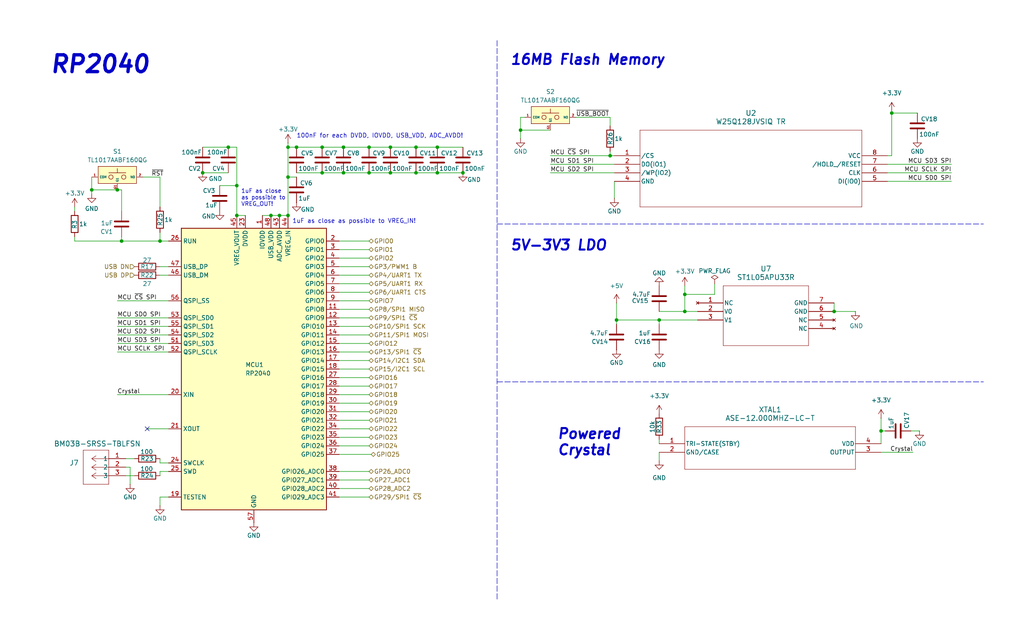
<source format=kicad_sch>
(kicad_sch (version 20250114) (generator "eeschema") (generator_version "9.0")
  (paper "User" 304.8 190.5)
  (title_block (title "RP2040 Standard") (company "Porto Space Team") (comment 1 "Miguel Amorim"))
  (lib_symbols
    (symbol "16MB_Flash:W25Q128JVSIQ_TR" (pin_names (offset 0.254))
      (property "Reference" "U" (at 40.64 12.7 0))
      (property "Value" "W25Q128JVSIQ TR" (at 40.64 10.16 0))
      (symbol "W25Q128JVSIQ_TR_0_1"
        (polyline (pts (xy 7.62 7.62) (xy 7.62 -15.24)) (stroke (width 0.127)))
        (polyline (pts (xy 7.62 -15.24) (xy 73.66 -15.24)) (stroke (width 0.127)))
        (polyline (pts (xy 73.66 7.62) (xy 7.62 7.62)) (stroke (width 0.127)))
        (polyline (pts (xy 73.66 -15.24) (xy 73.66 7.62)) (stroke (width 0.127)))
        (pin input line (at 0 0 0) (length 7.62) (name "/CS") (number "1"))
        (pin bidirectional line (at 0 -2.54 0) (length 7.62) (name "DO(IO1)") (number "2"))
        (pin bidirectional line (at 0 -5.08 0) (length 7.62) (name "/WP(IO2)") (number "3"))
        (pin passive line (at 0 -7.62 0) (length 7.62) (name "GND") (number "4"))
        (pin passive line (at 81.28 0 180) (length 7.62) (name "VCC") (number "8"))
        (pin bidirectional line (at 81.28 -2.54 180) (length 7.62) (name "/HOLD_/RESET") (number "7"))
        (pin input line (at 81.28 -5.08 180) (length 7.62) (name "CLK") (number "6"))
        (pin bidirectional line (at 81.28 -7.62 180) (length 7.62) (name "DI(IO0)") (number "5"))
      )
    )
    (symbol "AS12MHz:ASE-12.000MHZ-LC-T" (pin_names (offset 0.254))
      (property "Reference" "XTAL" (at 33.02 10.16 0))
      (property "Value" "ASE-12.000MHZ-LC-T" (at 33.02 7.62 0))
      (symbol "ASE-12.000MHZ-LC-T_0_1"
        (polyline (pts (xy 7.62 5.08) (xy 7.62 -7.62)) (stroke (width 0.127)))
        (polyline (pts (xy 7.62 -7.62) (xy 58.42 -7.62)) (stroke (width 0.127)))
        (polyline (pts (xy 58.42 5.08) (xy 7.62 5.08)) (stroke (width 0.127)))
        (polyline (pts (xy 58.42 -7.62) (xy 58.42 5.08)) (stroke (width 0.127)))
        (pin passive line (at 0 0 0) (length 7.62) (name "TRI-STATE(STBY)") (number "1"))
        (pin passive line (at 0 -2.54 0) (length 7.62) (name "GND/CASE") (number "2"))
        (pin power_in line (at 66.04 0 180) (length 7.62) (name "VDD") (number "4"))
        (pin output line (at 66.04 -2.54 180) (length 7.62) (name "OUTPUT") (number "3"))
      )
    )
    (symbol "Device:C" (pin_numbers (hide yes)) (pin_names (offset 0.254))
      (property "Reference" "C" (at 0.635 2.54 0))
      (property "Value" "C" (at 0.635 -2.54 0))
      (symbol "C_0_1"
        (polyline (pts (xy -2.032 0.762) (xy 2.032 0.762)) (stroke (width 0.508)))
        (polyline (pts (xy -2.032 -0.762) (xy 2.032 -0.762)) (stroke (width 0.508)))
      )
      (symbol "C_1_1"
        (pin passive line (at 0 3.81 270) (length 2.794) (name "~") (number "1"))
        (pin passive line (at 0 -3.81 90) (length 2.794) (name "~") (number "2"))
      )
    )
    (symbol "Device:R" (pin_numbers (hide yes)) (pin_names (offset 0))
      (property "Reference" "R" (at 2.032 0 90))
      (property "Value" "R" (at 0 0 90))
      (symbol "R_0_1"
        (rectangle (start -1.016 -2.54) (end 1.016 2.54) (stroke (width 0.254)))
      )
      (symbol "R_1_1"
        (pin passive line (at 0 3.81 270) (length 1.27) (name "~") (number "1"))
        (pin passive line (at 0 -3.81 90) (length 1.27) (name "~") (number "2"))
      )
    )
    (symbol "LDO_ST1L05A:ST1L05APU33R" (pin_names (offset 0.254))
      (property "Reference" "U" (at 20.32 10.16 0))
      (property "Value" "ST1L05APU33R" (at 20.32 7.62 0))
      (symbol "ST1L05APU33R_0_1"
        (polyline (pts (xy 7.62 5.08) (xy 7.62 -12.7)) (stroke (width 0.127)))
        (polyline (pts (xy 7.62 -12.7) (xy 33.02 -12.7)) (stroke (width 0.127)))
        (polyline (pts (xy 33.02 5.08) (xy 7.62 5.08)) (stroke (width 0.127)))
        (polyline (pts (xy 33.02 -12.7) (xy 33.02 5.08)) (stroke (width 0.127)))
        (pin no_connect line (at 0 0 0) (length 7.62) (name "NC") (number "1"))
        (pin passive line (at 0 -2.54 0) (length 7.62) (name "V0") (number "2"))
        (pin passive line (at 0 -5.08 0) (length 7.62) (name "V1") (number "3"))
        (pin passive line (at 40.64 0 180) (length 7.62) (name "GND") (number "7"))
        (pin passive line (at 40.64 -2.54 180) (length 7.62) (name "GND") (number "6"))
        (pin no_connect line (at 40.64 -5.08 180) (length 7.62) (name "NC") (number "5"))
        (pin no_connect line (at 40.64 -7.62 180) (length 7.62) (name "NC") (number "4"))
      )
    )
    (symbol "MCU_RaspberryPi:RP2040"
      (property "Reference" "U" (at 17.78 45.72 0))
      (property "Value" "RP2040" (at 17.78 43.18 0))
      (symbol "RP2040_0_1"
        (rectangle (start -21.59 41.91) (end 21.59 -41.91) (stroke (width 0.254)) (fill (type background)))
      )
      (symbol "RP2040_1_1"
        (pin input line (at -25.4 38.1 0) (length 3.81) (name "RUN") (number "26"))
        (pin bidirectional line (at -25.4 30.48 0) (length 3.81) (name "USB_DP") (number "47"))
        (pin bidirectional line (at -25.4 27.94 0) (length 3.81) (name "USB_DM") (number "46"))
        (pin bidirectional line (at -25.4 20.32 0) (length 3.81) (name "QSPI_SS") (number "56"))
        (pin bidirectional line (at -25.4 15.24 0) (length 3.81) (name "QSPI_SD0") (number "53"))
        (pin bidirectional line (at -25.4 12.7 0) (length 3.81) (name "QSPI_SD1") (number "55"))
        (pin bidirectional line (at -25.4 10.16 0) (length 3.81) (name "QSPI_SD2") (number "54"))
        (pin bidirectional line (at -25.4 7.62 0) (length 3.81) (name "QSPI_SD3") (number "51"))
        (pin output line (at -25.4 5.08 0) (length 3.81) (name "QSPI_SCLK") (number "52"))
        (pin input line (at -25.4 -7.62 0) (length 3.81) (name "XIN") (number "20"))
        (pin passive line (at -25.4 -17.78 0) (length 3.81) (name "XOUT") (number "21"))
        (pin input line (at -25.4 -27.94 0) (length 3.81) (name "SWCLK") (number "24"))
        (pin bidirectional line (at -25.4 -30.48 0) (length 3.81) (name "SWD") (number "25"))
        (pin input line (at -25.4 -38.1 0) (length 3.81) (name "TESTEN") (number "19"))
        (pin power_out line (at -5.08 45.72 270) (length 3.81) (name "VREG_VOUT") (number "45"))
        (pin power_in line (at -2.54 45.72 270) (length 3.81) (name "DVDD") (number "23"))
        (pin passive line (at -2.54 45.72 270) (length 3.81) (hide yes) (name "DVDD") (number "50"))
        (pin power_in line (at 0 -45.72 90) (length 3.81) (name "GND") (number "57"))
        (pin power_in line (at 2.54 45.72 270) (length 3.81) (name "IOVDD") (number "1"))
        (pin passive line (at 2.54 45.72 270) (length 3.81) (hide yes) (name "IOVDD") (number "10"))
        (pin passive line (at 2.54 45.72 270) (length 3.81) (hide yes) (name "IOVDD") (number "22"))
        (pin passive line (at 2.54 45.72 270) (length 3.81) (hide yes) (name "IOVDD") (number "33"))
        (pin passive line (at 2.54 45.72 270) (length 3.81) (hide yes) (name "IOVDD") (number "42"))
        (pin passive line (at 2.54 45.72 270) (length 3.81) (hide yes) (name "IOVDD") (number "49"))
        (pin power_in line (at 5.08 45.72 270) (length 3.81) (name "USB_VDD") (number "48"))
        (pin power_in line (at 7.62 45.72 270) (length 3.81) (name "ADC_AVDD") (number "43"))
        (pin power_in line (at 10.16 45.72 270) (length 3.81) (name "VREG_IN") (number "44"))
        (pin bidirectional line (at 25.4 38.1 180) (length 3.81) (name "GPIO0") (number "2"))
        (pin bidirectional line (at 25.4 35.56 180) (length 3.81) (name "GPIO1") (number "3"))
        (pin bidirectional line (at 25.4 33.02 180) (length 3.81) (name "GPIO2") (number "4"))
        (pin bidirectional line (at 25.4 30.48 180) (length 3.81) (name "GPIO3") (number "5"))
        (pin bidirectional line (at 25.4 27.94 180) (length 3.81) (name "GPIO4") (number "6"))
        (pin bidirectional line (at 25.4 25.4 180) (length 3.81) (name "GPIO5") (number "7"))
        (pin bidirectional line (at 25.4 22.86 180) (length 3.81) (name "GPIO6") (number "8"))
        (pin bidirectional line (at 25.4 20.32 180) (length 3.81) (name "GPIO7") (number "9"))
        (pin bidirectional line (at 25.4 17.78 180) (length 3.81) (name "GPIO8") (number "11"))
        (pin bidirectional line (at 25.4 15.24 180) (length 3.81) (name "GPIO9") (number "12"))
        (pin bidirectional line (at 25.4 12.7 180) (length 3.81) (name "GPIO10") (number "13"))
        (pin bidirectional line (at 25.4 10.16 180) (length 3.81) (name "GPIO11") (number "14"))
        (pin bidirectional line (at 25.4 7.62 180) (length 3.81) (name "GPIO12") (number "15"))
        (pin bidirectional line (at 25.4 5.08 180) (length 3.81) (name "GPIO13") (number "16"))
        (pin bidirectional line (at 25.4 2.54 180) (length 3.81) (name "GPIO14") (number "17"))
        (pin bidirectional line (at 25.4 0 180) (length 3.81) (name "GPIO15") (number "18"))
        (pin bidirectional line (at 25.4 -2.54 180) (length 3.81) (name "GPIO16") (number "27"))
        (pin bidirectional line (at 25.4 -5.08 180) (length 3.81) (name "GPIO17") (number "28"))
        (pin bidirectional line (at 25.4 -7.62 180) (length 3.81) (name "GPIO18") (number "29"))
        (pin bidirectional line (at 25.4 -10.16 180) (length 3.81) (name "GPIO19") (number "30"))
        (pin bidirectional line (at 25.4 -12.7 180) (length 3.81) (name "GPIO20") (number "31"))
        (pin bidirectional line (at 25.4 -15.24 180) (length 3.81) (name "GPIO21") (number "32"))
        (pin bidirectional line (at 25.4 -17.78 180) (length 3.81) (name "GPIO22") (number "34"))
        (pin bidirectional line (at 25.4 -20.32 180) (length 3.81) (name "GPIO23") (number "35"))
        (pin bidirectional line (at 25.4 -22.86 180) (length 3.81) (name "GPIO24") (number "36"))
        (pin bidirectional line (at 25.4 -25.4 180) (length 3.81) (name "GPIO25") (number "37"))
        (pin bidirectional line (at 25.4 -30.48 180) (length 3.81) (name "GPIO26_ADC0") (number "38"))
        (pin bidirectional line (at 25.4 -33.02 180) (length 3.81) (name "GPIO27_ADC1") (number "39"))
        (pin bidirectional line (at 25.4 -35.56 180) (length 3.81) (name "GPIO28_ADC2") (number "40"))
        (pin bidirectional line (at 25.4 -38.1 180) (length 3.81) (name "GPIO29_ADC3") (number "41"))
      )
    )
    (symbol "SWD_Con:BM03B-SRSS-TBLFSN" (pin_names (offset 0.254))
      (property "Reference" "J" (at 8.89 6.35 0))
      (property "Value" "BM03B-SRSS-TBLFSN" (at 0 0 0))
      (symbol "BM03B-SRSS-TBLFSN_1_1"
        (polyline (pts (xy 5.08 2.54) (xy 5.08 -7.62)) (stroke (width 0.127)))
        (polyline (pts (xy 5.08 -7.62) (xy 12.7 -7.62)) (stroke (width 0.127)))
        (polyline (pts (xy 10.16 0) (xy 5.08 0)) (stroke (width 0.127)))
        (polyline (pts (xy 10.16 0) (xy 8.89 0.8467)) (stroke (width 0.127)))
        (polyline (pts (xy 10.16 0) (xy 8.89 -0.8467)) (stroke (width 0.127)))
        (polyline (pts (xy 10.16 -2.54) (xy 5.08 -2.54)) (stroke (width 0.127)))
        (polyline (pts (xy 10.16 -2.54) (xy 8.89 -1.6933)) (stroke (width 0.127)))
        (polyline (pts (xy 10.16 -2.54) (xy 8.89 -3.3867)) (stroke (width 0.127)))
        (polyline (pts (xy 10.16 -5.08) (xy 5.08 -5.08)) (stroke (width 0.127)))
        (polyline (pts (xy 10.16 -5.08) (xy 8.89 -4.2333)) (stroke (width 0.127)))
        (polyline (pts (xy 10.16 -5.08) (xy 8.89 -5.9267)) (stroke (width 0.127)))
        (polyline (pts (xy 12.7 2.54) (xy 5.08 2.54)) (stroke (width 0.127)))
        (polyline (pts (xy 12.7 -7.62) (xy 12.7 2.54)) (stroke (width 0.127)))
        (pin passive line (at 0 0 0) (length 5.08) (name "1") (number "1"))
        (pin passive line (at 0 -2.54 0) (length 5.08) (name "2") (number "2"))
        (pin passive line (at 0 -5.08 0) (length 5.08) (name "3") (number "3"))
      )
      (symbol "BM03B-SRSS-TBLFSN_1_2"
        (polyline (pts (xy 5.08 2.54) (xy 5.08 -7.62)) (stroke (width 0.127)))
        (polyline (pts (xy 5.08 -7.62) (xy 12.7 -7.62)) (stroke (width 0.127)))
        (polyline (pts (xy 7.62 0) (xy 5.08 0)) (stroke (width 0.127)))
        (polyline (pts (xy 7.62 0) (xy 8.89 0.8467)) (stroke (width 0.127)))
        (polyline (pts (xy 7.62 0) (xy 8.89 -0.8467)) (stroke (width 0.127)))
        (polyline (pts (xy 7.62 -2.54) (xy 5.08 -2.54)) (stroke (width 0.127)))
        (polyline (pts (xy 7.62 -2.54) (xy 8.89 -1.6933)) (stroke (width 0.127)))
        (polyline (pts (xy 7.62 -2.54) (xy 8.89 -3.3867)) (stroke (width 0.127)))
        (polyline (pts (xy 7.62 -5.08) (xy 5.08 -5.08)) (stroke (width 0.127)))
        (polyline (pts (xy 7.62 -5.08) (xy 8.89 -4.2333)) (stroke (width 0.127)))
        (polyline (pts (xy 7.62 -5.08) (xy 8.89 -5.9267)) (stroke (width 0.127)))
        (polyline (pts (xy 12.7 2.54) (xy 5.08 2.54)) (stroke (width 0.127)))
        (polyline (pts (xy 12.7 -7.62) (xy 12.7 2.54)) (stroke (width 0.127)))
        (pin passive line (at 0 0 0) (length 5.08) (name "1") (number "1"))
        (pin passive line (at 0 -2.54 0) (length 5.08) (name "2") (number "2"))
        (pin passive line (at 0 -5.08 0) (length 5.08) (name "3") (number "3"))
      )
    )
    (symbol "TL1017AABF160QG:TL1017AABF160QG"
      (property "Reference" "S" (at 0.762 14.732 0))
      (property "Value" "TL1017AABF160QG" (at 0.762 12.192 0))
      (symbol "TL1017AABF160QG_0_1"
        (polyline (pts (xy 6.35 5.08) (xy 11.43 5.08)))
        (circle (center 6.985 3.81) (radius 0.635))
        (polyline (pts (xy 8.89 5.08) (xy 8.89 6.35)))
        (circle (center 10.795 3.81) (radius 0.635))
      )
      (symbol "TL1017AABF160QG_1_1"
        (rectangle (start 3.175 6.985) (end 14.605 1.905) (fill (type background)))
        (pin passive line (at 1.27 3.81 0) (length 1.778) (name "COM") (number "1"))
        (pin passive line (at 8.89 0 90) (length 1.778) (name "G1") (number "G1"))
        (pin passive line (at 16.51 3.81 180) (length 1.778) (name "NO") (number "2"))
      )
    )
    (symbol "power:+3.3V" (power) (pin_numbers (hide yes)) (pin_names (offset 0) (hide yes))
      (property "Value" "+3.3V" (at 0 3.556 0))
      (symbol "+3.3V_0_1"
        (polyline (pts (xy -0.762 1.27) (xy 0 2.54)))
        (polyline (pts (xy 0 2.54) (xy 0.762 1.27)))
        (polyline (pts (xy 0 0) (xy 0 2.54)))
      )
      (symbol "+3.3V_1_1"
        (pin power_in line (at 0 0 90) (length 0) (name "~") (number "1"))
      )
    )
    (symbol "power:+5V" (power) (pin_numbers (hide yes)) (pin_names (offset 0) (hide yes))
      (property "Value" "+5V" (at 0 3.556 0))
      (symbol "+5V_0_1"
        (polyline (pts (xy -0.762 1.27) (xy 0 2.54)))
        (polyline (pts (xy 0 2.54) (xy 0.762 1.27)))
        (polyline (pts (xy 0 0) (xy 0 2.54)))
      )
      (symbol "+5V_1_1"
        (pin power_in line (at 0 0 90) (length 0) (name "~") (number "1"))
      )
    )
    (symbol "power:GND" (power) (pin_numbers (hide yes)) (pin_names (offset 0) (hide yes))
      (property "Value" "GND" (at 0 -3.81 0))
      (symbol "GND_0_1"
        (polyline (pts (xy 0 0) (xy 0 -1.27) (xy 1.27 -1.27) (xy 0 -2.54) (xy -1.27 -1.27) (xy 0 -1.27)))
      )
      (symbol "GND_1_1"
        (pin power_in line (at 0 0 270) (length 0) (name "~") (number "1"))
      )
    )
    (symbol "power:PWR_FLAG" (power) (pin_numbers (hide yes)) (pin_names (offset 0) (hide yes))
      (property "Value" "PWR_FLAG" (at 0 3.81 0))
      (symbol "PWR_FLAG_0_0"
        (pin power_out line (at 0 0 90) (length 0) (name "~") (number "1"))
      )
      (symbol "PWR_FLAG_0_1"
        (polyline (pts (xy 0 0) (xy 0 1.27) (xy -1.016 1.905) (xy 0 2.54) (xy 1.016 1.905) (xy 0 1.27)))
      )
    )
  )
  (text "Powered\nCrystal" (at 165.735 135.89 0) (effects (font (size 3 3) (bold yes) (italic yes)) (justify left bottom)))
  (text "1uF as close as possible to VREG_IN!" (at 86.995 66.675 0) (effects (font (size 1.27 1.27)) (justify left bottom)))
  (text "1uF as close \nas possible to \nVREG_OUT!" (at 71.755 61.595 0) (effects (font (size 1.2 1.2)) (justify left bottom)))
  (text "RP2040" (at 14.605 22.225 0) (effects (font (size 5 5) (thickness 1) (bold yes) (italic yes)) (justify left bottom)))
  (text "100nF for each DVDD, IOVDD, USB_VDD, ADC_AVDD!" (at 88.265 41.275 0) (effects (font (size 1.27 1.27)) (justify left bottom)))
  (text "5V-3V3 LDO" (at 151.765 74.93 0) (effects (font (size 3 3) (bold yes) (italic yes)) (justify left bottom)))
  (text "16MB Flash Memory" (at 151.765 19.685 0) (effects (font (size 3 3) (bold yes) (italic yes)) (justify left bottom)))
  (junction (at 60.325 51.435))
  (junction (at 137.795 51.435))
  (junction (at 123.825 43.815))
  (junction (at 102.235 51.435))
  (junction (at 70.485 55.245))
  (junction (at 27.305 56.515))
  (junction (at 248.285 92.71))
  (junction (at 80.645 64.135))
  (junction (at 95.885 43.815))
  (junction (at 85.725 52.705))
  (junction (at 85.725 43.815))
  (junction (at 95.885 51.435))
  (junction (at 265.43 33.655))
  (junction (at 109.855 51.435))
  (junction (at 116.205 51.435))
  (junction (at 83.185 64.135))
  (junction (at 130.175 43.815))
  (junction (at 203.835 92.71))
  (junction (at 70.485 64.135))
  (junction (at 116.205 43.815))
  (junction (at 196.215 95.25))
  (junction (at 67.945 43.815))
  (junction (at 88.265 43.815))
  (junction (at 109.855 43.815))
  (junction (at 130.175 51.435))
  (junction (at 102.235 43.815))
  (junction (at 47.625 71.755))
  (junction (at 203.835 87.63))
  (junction (at 262.255 128.27))
  (junction (at 85.725 64.135))
  (junction (at 36.195 71.755))
  (junction (at 34.925 56.515))
  (junction (at 154.94 38.735))
  (junction (at 181.61 46.355))
  (junction (at 183.515 95.25))
  (junction (at 123.825 51.435))
  (no_connect (at 43.815 127.635))
  (wire (pts (xy 181.61 46.355) (xy 182.88 46.355)))
  (wire (pts (xy 264.16 46.355) (xy 265.43 46.355)))
  (wire (pts (xy 265.43 33.02) (xy 265.43 33.655)))
  (wire (pts (xy 34.925 99.695) (xy 50.165 99.695)))
  (wire (pts (xy 264.16 51.435) (xy 283.21 51.435)))
  (wire (pts (xy 154.94 38.735) (xy 163.83 38.735)))
  (wire (pts (xy 271.145 128.27) (xy 273.685 128.27)))
  (wire (pts (xy 100.965 84.455) (xy 109.855 84.455)))
  (wire (pts (xy 70.485 55.245) (xy 70.485 64.135)))
  (wire (pts (xy 181.61 45.085) (xy 181.61 46.355)))
  (wire (pts (xy 100.965 125.095) (xy 109.855 125.095)))
  (wire (pts (xy 100.965 89.535) (xy 109.855 89.535)))
  (wire (pts (xy 34.925 56.515) (xy 27.305 56.515)))
  (wire (pts (xy 100.965 122.555) (xy 109.855 122.555)))
  (wire (pts (xy 212.725 87.63) (xy 212.725 84.455)))
  (wire (pts (xy 47.625 69.215) (xy 47.625 71.755)))
  (wire (pts (xy 116.205 51.435) (xy 123.825 51.435)))
  (wire (pts (xy 47.625 140.335) (xy 50.165 140.335)))
  (wire (pts (xy 154.94 34.925) (xy 154.94 38.735)))
  (wire (pts (xy 100.965 109.855) (xy 109.855 109.855)))
  (wire (pts (xy 47.625 137.795) (xy 47.625 136.525)))
  (wire (pts (xy 100.965 97.155) (xy 109.855 97.155)))
  (wire (pts (xy 78.105 64.135) (xy 80.645 64.135)))
  (wire (pts (xy 182.88 51.435) (xy 163.83 51.435)))
  (wire (pts (xy 196.215 92.71) (xy 203.835 92.71)))
  (wire (pts (xy 36.195 71.755) (xy 22.225 71.755)))
  (wire (pts (xy 47.625 81.915) (xy 50.165 81.915)))
  (wire (pts (xy 181.61 37.465) (xy 181.61 34.925)))
  (wire (pts (xy 37.465 139.065) (xy 38.735 139.065)))
  (wire (pts (xy 95.885 43.815) (xy 88.265 43.815)))
  (wire (pts (xy 85.725 52.705) (xy 88.265 52.705)))
  (wire (pts (xy 100.965 102.235) (xy 109.855 102.235)))
  (wire (pts (xy 47.625 137.795) (xy 50.165 137.795)))
  (wire (pts (xy 100.965 81.915) (xy 109.855 81.915)))
  (wire (pts (xy 102.235 51.435) (xy 109.855 51.435)))
  (wire (pts (xy 262.255 128.27) (xy 263.525 128.27)))
  (wire (pts (xy 183.515 95.25) (xy 196.215 95.25)))
  (wire (pts (xy 100.965 76.835) (xy 109.855 76.835)))
  (wire (pts (xy 60.325 43.815) (xy 67.945 43.815)))
  (wire (pts (xy 203.835 87.63) (xy 212.725 87.63)))
  (wire (pts (xy 203.835 87.63) (xy 203.835 92.71)))
  (wire (pts (xy 100.965 114.935) (xy 109.855 114.935)))
  (wire (pts (xy 36.195 71.755) (xy 36.195 70.485)))
  (wire (pts (xy 100.965 107.315) (xy 109.855 107.315)))
  (wire (pts (xy 65.405 55.245) (xy 70.485 55.245)))
  (wire (pts (xy 85.725 52.705) (xy 85.725 64.135)))
  (polyline (pts (xy 147.955 66.675) (xy 292.735 66.675)) (stroke (width 0) (type dash)))
  (wire (pts (xy 130.175 43.815) (xy 123.825 43.815)))
  (wire (pts (xy 27.305 52.705) (xy 27.305 56.515)))
  (wire (pts (xy 100.965 104.775) (xy 109.855 104.775)))
  (wire (pts (xy 102.235 43.815) (xy 95.885 43.815)))
  (wire (pts (xy 80.645 64.135) (xy 83.185 64.135)))
  (wire (pts (xy 34.925 97.155) (xy 50.165 97.155)))
  (wire (pts (xy 116.205 43.815) (xy 109.855 43.815)))
  (wire (pts (xy 70.485 55.245) (xy 70.485 43.815)))
  (wire (pts (xy 100.965 132.715) (xy 109.855 132.715)))
  (wire (pts (xy 156.21 34.925) (xy 154.94 34.925)))
  (wire (pts (xy 88.265 43.815) (xy 85.725 43.815)))
  (wire (pts (xy 83.185 64.135) (xy 85.725 64.135)))
  (wire (pts (xy 70.485 64.135) (xy 73.025 64.135)))
  (wire (pts (xy 100.965 145.415) (xy 109.855 145.415)))
  (wire (pts (xy 248.285 92.71) (xy 254.635 92.71)))
  (wire (pts (xy 100.965 86.995) (xy 109.855 86.995)))
  (polyline (pts (xy 147.955 12.065) (xy 147.955 178.435)) (stroke (width 0) (type dash)))
  (wire (pts (xy 163.83 46.355) (xy 181.61 46.355)))
  (wire (pts (xy 265.43 33.655) (xy 265.43 46.355)))
  (wire (pts (xy 154.94 38.735) (xy 154.94 41.275)))
  (wire (pts (xy 100.965 130.175) (xy 109.855 130.175)))
  (wire (pts (xy 47.625 79.375) (xy 50.165 79.375)))
  (wire (pts (xy 27.305 56.515) (xy 27.305 57.785)))
  (wire (pts (xy 183.515 90.17) (xy 183.515 95.25)))
  (wire (pts (xy 47.625 141.605) (xy 47.625 140.335)))
  (wire (pts (xy 109.855 43.815) (xy 102.235 43.815)))
  (wire (pts (xy 38.735 139.065) (xy 38.735 144.145)))
  (wire (pts (xy 47.625 52.705) (xy 47.625 61.595)))
  (wire (pts (xy 130.175 43.815) (xy 137.795 43.815)))
  (wire (pts (xy 100.965 135.255) (xy 110.49 135.255)))
  (wire (pts (xy 43.815 127.635) (xy 50.165 127.635)))
  (wire (pts (xy 37.465 136.525) (xy 40.005 136.525)))
  (wire (pts (xy 196.215 130.81) (xy 196.215 132.08)))
  (wire (pts (xy 182.88 48.895) (xy 163.83 48.895)))
  (wire (pts (xy 70.485 43.815) (xy 67.945 43.815)))
  (wire (pts (xy 34.925 102.235) (xy 50.165 102.235)))
  (wire (pts (xy 100.965 127.635) (xy 109.855 127.635)))
  (wire (pts (xy 36.195 71.755) (xy 47.625 71.755)))
  (wire (pts (xy 130.175 51.435) (xy 137.795 51.435)))
  (polyline (pts (xy 147.955 113.665) (xy 292.735 113.665)) (stroke (width 0) (type dash)))
  (wire (pts (xy 100.965 147.955) (xy 109.855 147.955)))
  (wire (pts (xy 203.835 92.71) (xy 207.645 92.71)))
  (wire (pts (xy 123.825 43.815) (xy 116.205 43.815)))
  (wire (pts (xy 100.965 120.015) (xy 109.855 120.015)))
  (wire (pts (xy 109.855 51.435) (xy 116.205 51.435)))
  (wire (pts (xy 22.225 71.755) (xy 22.225 70.485)))
  (wire (pts (xy 262.255 128.27) (xy 262.255 132.08)))
  (wire (pts (xy 47.625 147.955) (xy 50.165 147.955)))
  (wire (pts (xy 265.43 33.655) (xy 273.05 33.655)))
  (wire (pts (xy 196.215 134.62) (xy 196.215 137.16)))
  (wire (pts (xy 100.965 99.695) (xy 109.855 99.695)))
  (wire (pts (xy 100.965 112.395) (xy 109.855 112.395)))
  (wire (pts (xy 262.255 134.62) (xy 271.78 134.62)))
  (wire (pts (xy 34.925 89.535) (xy 50.165 89.535)))
  (wire (pts (xy 85.725 43.815) (xy 85.725 52.705)))
  (wire (pts (xy 100.965 140.335) (xy 109.855 140.335)))
  (wire (pts (xy 203.835 85.09) (xy 203.835 87.63)))
  (wire (pts (xy 100.965 74.295) (xy 109.855 74.295)))
  (wire (pts (xy 22.225 61.595) (xy 22.225 62.865)))
  (wire (pts (xy 100.965 79.375) (xy 109.855 79.375)))
  (wire (pts (xy 100.965 94.615) (xy 109.855 94.615)))
  (wire (pts (xy 100.965 92.075) (xy 109.855 92.075)))
  (wire (pts (xy 85.725 42.545) (xy 85.725 43.815)))
  (wire (pts (xy 36.195 56.515) (xy 34.925 56.515)))
  (wire (pts (xy 248.285 90.17) (xy 248.285 92.71)))
  (wire (pts (xy 183.515 95.25) (xy 183.515 96.52)))
  (wire (pts (xy 88.265 51.435) (xy 95.885 51.435)))
  (wire (pts (xy 181.61 34.925) (xy 171.45 34.925)))
  (wire (pts (xy 34.925 117.475) (xy 50.165 117.475)))
  (wire (pts (xy 34.925 94.615) (xy 50.165 94.615)))
  (wire (pts (xy 37.465 141.605) (xy 40.005 141.605)))
  (wire (pts (xy 182.88 53.975) (xy 182.88 59.055)))
  (wire (pts (xy 47.625 71.755) (xy 50.165 71.755)))
  (wire (pts (xy 60.325 51.435) (xy 67.945 51.435)))
  (wire (pts (xy 196.215 95.25) (xy 207.645 95.25)))
  (wire (pts (xy 34.925 104.775) (xy 50.165 104.775)))
  (wire (pts (xy 47.625 150.495) (xy 47.625 147.955)))
  (wire (pts (xy 262.255 124.46) (xy 262.255 128.27)))
  (wire (pts (xy 100.965 117.475) (xy 109.855 117.475)))
  (wire (pts (xy 100.965 142.875) (xy 109.855 142.875)))
  (wire (pts (xy 100.965 71.755) (xy 109.855 71.755)))
  (wire (pts (xy 196.215 96.52) (xy 196.215 95.25)))
  (wire (pts (xy 264.16 53.975) (xy 283.21 53.975)))
  (wire (pts (xy 36.195 56.515) (xy 36.195 62.865)))
  (wire (pts (xy 42.545 52.705) (xy 47.625 52.705)))
  (wire (pts (xy 264.16 48.895) (xy 283.21 48.895)))
  (wire (pts (xy 123.825 51.435) (xy 130.175 51.435)))
  (wire (pts (xy 95.885 51.435) (xy 102.235 51.435)))
  (label "MCU SD0 SPI" (at 283.21 53.975 180))
  (label "MCU SD2 SPI" (at 34.925 99.695 0))
  (label "MCU SD3 SPI" (at 283.21 48.895 180))
  (label "MCU ~{CS} SPI" (at 163.83 46.355 0))
  (label "MCU SCLK SPI" (at 283.21 51.435 180))
  (label "MCU SD3 SPI" (at 34.925 102.235 0))
  (label "~{RST}" (at 45.085 52.705 0))
  (label "Crystal" (at 271.78 134.62 180))
  (label "MCU SCLK SPI" (at 34.925 104.775 0))
  (label "MCU ~{CS} SPI" (at 34.925 89.535 0))
  (label "~{USB_BOOT}" (at 171.45 34.925 0))
  (label "Crystal" (at 34.925 117.475 0))
  (label "MCU SD2 SPI" (at 163.83 51.435 0))
  (label "MCU SD1 SPI" (at 34.925 97.155 0))
  (label "MCU SD1 SPI" (at 163.83 48.895 0))
  (label "MCU SD0 SPI" (at 34.925 94.615 0))
  (hierarchical_label "GPIO7" (shape bidirectional) (at 109.855 89.535 0))
  (hierarchical_label "GPIO12" (shape bidirectional) (at 109.855 102.235 0))
  (hierarchical_label "GPIO19" (shape bidirectional) (at 109.855 120.015 0))
  (hierarchical_label "GP6{slash}UART1 CTS" (shape bidirectional) (at 109.855 86.995 0))
  (hierarchical_label "GPIO0" (shape bidirectional) (at 109.855 71.755 0))
  (hierarchical_label "GPIO23" (shape bidirectional) (at 109.855 130.175 0))
  (hierarchical_label "GP4{slash}UART1 TX" (shape bidirectional) (at 109.855 81.915 0))
  (hierarchical_label "GP11{slash}SPI1 MOSI" (shape bidirectional) (at 109.855 99.695 0))
  (hierarchical_label "GP28_ADC2" (shape bidirectional) (at 109.855 145.415 0))
  (hierarchical_label "GPIO25" (shape bidirectional) (at 110.49 135.255 0))
  (hierarchical_label "GP9{slash}SPI1 ~{CS}" (shape bidirectional) (at 109.855 94.615 0))
  (hierarchical_label "GPIO24" (shape bidirectional) (at 109.855 132.715 0))
  (hierarchical_label "GP13{slash}SPI1 ~{CS}" (shape bidirectional) (at 109.855 104.775 0))
  (hierarchical_label "GP27_ADC1" (shape bidirectional) (at 109.855 142.875 0))
  (hierarchical_label "GPIO18" (shape bidirectional) (at 109.855 117.475 0))
  (hierarchical_label "USB DN" (shape input) (at 40.005 79.375 180))
  (hierarchical_label "GPIO21" (shape bidirectional) (at 109.855 125.095 0))
  (hierarchical_label "GPIO16" (shape bidirectional) (at 109.855 112.395 0))
  (hierarchical_label "GPIO1" (shape bidirectional) (at 109.855 74.295 0))
  (hierarchical_label "GPIO22" (shape bidirectional) (at 109.855 127.635 0))
  (hierarchical_label "GP8{slash}SPI1 MISO" (shape bidirectional) (at 109.855 92.075 0))
  (hierarchical_label "GP10{slash}SPI1 SCK" (shape bidirectional) (at 109.855 97.155 0))
  (hierarchical_label "GP29{slash}SPI1 ~{CS}" (shape bidirectional) (at 109.855 147.955 0))
  (hierarchical_label "GP5{slash}UART1 RX" (shape bidirectional) (at 109.855 84.455 0))
  (hierarchical_label "GP14{slash}I2C1 SDA" (shape bidirectional) (at 109.855 107.315 0))
  (hierarchical_label "GPIO20" (shape bidirectional) (at 109.855 122.555 0))
  (hierarchical_label "GP26_ADC0" (shape bidirectional) (at 109.855 140.335 0))
  (hierarchical_label "GP15{slash}I2C1 SCL" (shape bidirectional) (at 109.855 109.855 0))
  (hierarchical_label "GPIO2" (shape bidirectional) (at 109.855 76.835 0))
  (hierarchical_label "GPIO17" (shape bidirectional) (at 109.855 114.935 0))
  (hierarchical_label "USB DP" (shape input) (at 40.005 81.915 180))
  (hierarchical_label "GP3{slash}PWM1 B" (shape bidirectional) (at 109.855 79.375 0))
  (symbol (lib_id "power:+3.3V") (at 22.225 61.595 0) (unit 1)
    (property "Reference" "#PWR0135" (effects (hide yes)))
    (property "Value" "+3.3V" (at 22.225 57.531 0))
    (property "Description" "Power symbol creates a global label with name \"+3.3V\"" (effects (hide yes)))
  )
  (symbol (lib_id "Device:R") (at 43.815 141.605 90) (mirror x) (unit 1)
    (property "Reference" "R24" (at 45.72 141.605 90) (effects (justify left)))
    (property "Value" "100" (at 45.593 139.573 90) (effects (justify left)))
    (property "Footprint" "Resistor-0402:RES_0402" (effects (hide yes)))
    (property "Description" "Resistor" (effects (hide yes)))
  )
  (symbol (lib_id "power:+3.3V") (at 85.725 42.545 0) (unit 1)
    (property "Reference" "#PWR0132" (effects (hide yes)))
    (property "Value" "+3.3V" (at 85.725 38.481 0))
    (property "Description" "Power symbol creates a global label with name \"+3.3V\"" (effects (hide yes)))
  )
  (symbol (lib_id "power:+3.3V") (at 203.835 85.09 0) (unit 1)
    (property "Reference" "#PWR0155" (effects (hide yes)))
    (property "Value" "+3.3V" (at 203.835 80.772 0))
    (property "Description" "Power symbol creates a global label with name \"+3.3V\"" (effects (hide yes)))
  )
  (symbol (lib_id "Device:C") (at 109.855 47.625 0) (unit 1)
    (property "Reference" "CV9" (at 110.871 45.593 0) (effects (justify left)))
    (property "Value" "100nF" (at 110.363 50.165 0) (effects (justify left)))
    (property "Footprint" "Capacitor-0402:Capacitor_0402" (effects (hide yes)))
    (property "Description" "Unpolarized capacitor" (effects (hide yes)))
  )
  (symbol (lib_id "Device:C") (at 60.325 47.625 180) (unit 1)
    (property "Reference" "CV2" (at 59.817 50.165 0) (effects (justify left)))
    (property "Value" "100nF" (at 60.071 45.339 0) (effects (justify left)))
    (property "Footprint" "Capacitor-0402:Capacitor_0402" (effects (hide yes)))
    (property "Description" "Unpolarized capacitor" (effects (hide yes)))
  )
  (symbol (lib_id "Device:C") (at 88.265 47.625 0) (unit 1)
    (property "Reference" "CV5" (at 89.535 45.593 0) (effects (justify left)))
    (property "Value" "100nF" (at 88.773 50.165 0) (effects (justify left)))
    (property "Footprint" "Capacitor-0402:Capacitor_0402" (effects (hide yes)))
    (property "Description" "Unpolarized capacitor" (effects (hide yes)))
  )
  (symbol (lib_id "power:GND") (at 196.215 104.14 0) (unit 1)
    (property "Reference" "#PWR0152" (effects (hide yes)))
    (property "Value" "GND" (at 196.215 108.585 0))
    (property "Description" "Power symbol creates a global label with name \"GND\" , ground" (effects (hide yes)))
  )
  (symbol (lib_id "Device:C") (at 183.515 100.33 180) (unit 1)
    (property "Reference" "CV14" (at 181.0512 101.7016 0) (effects (justify left)))
    (property "Value" "4.7uF" (at 181.0512 99.1616 0) (effects (justify left)))
    (property "Footprint" "Capacitor-0402:Capacitor_0402" (effects (hide yes)))
    (property "Description" "Unpolarized capacitor" (effects (hide yes)))
  )
  (symbol (lib_id "16MB_Flash:W25Q128JVSIQ_TR") (at 182.88 46.355 0) (unit 1)
    (property "Reference" "U2" (at 223.52 33.655 0) (effects (font (size 1.524 1.524))))
    (property "Value" "W25Q128JVSIQ TR" (at 223.52 36.195 0) (effects (font (size 1.524 1.524))))
    (property "Footprint" "NOR Flash:SOIC_208MIL_WIN" (effects (hide yes)))
    (property "Datasheet" "W25Q128JVSIQ TR" (effects (hide yes)))
  )
  (symbol (lib_id "AS12MHz:ASE-12.000MHZ-LC-T") (at 196.215 132.08 0) (unit 1)
    (property "Reference" "XTAL1" (at 229.235 121.92 0) (effects (font (size 1.524 1.524))))
    (property "Value" "ASE-12.000MHZ-LC-T" (at 229.235 124.46 0) (effects (font (size 1.524 1.524))))
    (property "Footprint" "AS12MHz:ASE-3.2X2.5_ABR" (effects (hide yes)))
    (property "Datasheet" "ASE-12.000MHZ-LC-T" (effects (hide yes)))
  )
  (symbol (lib_id "power:GND") (at 273.685 128.27 0) (unit 1)
    (property "Reference" "#PWR0148" (effects (hide yes)))
    (property "Value" "GND" (at 273.685 132.08 0))
    (property "Description" "Power symbol creates a global label with name \"GND\" , ground" (effects (hide yes)))
  )
  (symbol (lib_id "Device:R") (at 43.815 136.525 90) (mirror x) (unit 1)
    (property "Reference" "R23" (at 45.72 136.525 90) (effects (justify left)))
    (property "Value" "100" (at 45.593 134.493 90) (effects (justify left)))
    (property "Footprint" "Resistor-0402:RES_0402" (effects (hide yes)))
    (property "Description" "Resistor" (effects (hide yes)))
  )
  (symbol (lib_id "Device:C") (at 65.405 59.055 0) (unit 1)
    (property "Reference" "CV3" (at 60.325 56.769 0) (effects (justify left)))
    (property "Value" "1uF" (at 61.087 61.087 0) (effects (justify left)))
    (property "Footprint" "Capacitor-0402:Capacitor_0402" (effects (hide yes)))
    (property "Description" "Unpolarized capacitor" (effects (hide yes)))
  )
  (symbol (lib_id "power:GND") (at 27.305 57.785 0) (unit 1)
    (property "Reference" "#PWR0136" (effects (hide yes)))
    (property "Value" "GND" (at 27.305 62.103 0))
    (property "Description" "Power symbol creates a global label with name \"GND\" , ground" (effects (hide yes)))
  )
  (symbol (lib_id "power:+3.3V") (at 265.43 33.02 0) (unit 1)
    (property "Reference" "#PWR0146" (effects (hide yes)))
    (property "Value" "+3.3V" (at 265.43 27.686 0))
    (property "Description" "Power symbol creates a global label with name \"+3.3V\"" (effects (hide yes)))
  )
  (symbol (lib_id "Device:R") (at 43.815 79.375 90) (unit 1)
    (property "Reference" "R17" (at 45.72 79.375 90) (effects (justify left)))
    (property "Value" "27" (at 45.085 77.47 90) (effects (justify left)))
    (property "Footprint" "Resistor-0603:RES_0603" (effects (hide yes)))
    (property "Description" "Resistor" (effects (hide yes)))
  )
  (symbol (lib_id "power:GND") (at 88.265 60.325 0) (unit 1)
    (property "Reference" "#PWR0139" (effects (hide yes)))
    (property "Value" "GND" (at 91.567 62.357 0))
    (property "Description" "Power symbol creates a global label with name \"GND\" , ground" (effects (hide yes)))
  )
  (symbol (lib_id "power:GND") (at 182.88 59.055 0) (unit 1)
    (property "Reference" "#PWR0149" (effects (hide yes)))
    (property "Value" "GND" (at 182.88 62.865 0))
    (property "Description" "Power symbol creates a global label with name \"GND\" , ground" (effects (hide yes)))
  )
  (symbol (lib_id "power:GND") (at 65.405 62.865 0) (unit 1)
    (property "Reference" "#PWR0133" (effects (hide yes)))
    (property "Value" "GND" (at 62.103 64.389 0))
    (property "Description" "Power symbol creates a global label with name \"GND\" , ground" (effects (hide yes)))
  )
  (symbol (lib_id "Device:C") (at 95.885 47.625 0) (unit 1)
    (property "Reference" "CV7" (at 96.647 45.593 0) (effects (justify left)))
    (property "Value" "100nF" (at 96.393 50.165 0) (effects (justify left)))
    (property "Footprint" "Capacitor-0402:Capacitor_0402" (effects (hide yes)))
    (property "Description" "Unpolarized capacitor" (effects (hide yes)))
  )
  (symbol (lib_id "power:GND") (at 183.515 104.14 0) (unit 1)
    (property "Reference" "#PWR0151" (effects (hide yes)))
    (property "Value" "GND" (at 183.515 107.95 0))
    (property "Description" "Power symbol creates a global label with name \"GND\" , ground" (effects (hide yes)))
  )
  (symbol (lib_id "Device:C") (at 196.215 100.33 180) (unit 1)
    (property "Reference" "CV16" (at 193.7512 101.7016 0) (effects (justify left)))
    (property "Value" "1uF" (at 193.7512 99.1616 0) (effects (justify left)))
    (property "Footprint" "Capacitor-0402:Capacitor_0402" (effects (hide yes)))
    (property "Description" "Unpolarized capacitor" (effects (hide yes)))
  )
  (symbol (lib_id "Device:C") (at 196.215 88.9 0) (mirror y) (unit 1)
    (property "Reference" "CV15" (at 193.04 89.535 0) (effects (justify left)))
    (property "Value" "4.7uF" (at 193.675 87.63 0) (effects (justify left)))
    (property "Footprint" "Capacitor-0402:Capacitor_0402" (effects (hide yes)))
    (property "Description" "Unpolarized capacitor" (effects (hide yes)))
  )
  (symbol (lib_id "Device:C") (at 267.335 128.27 90) (unit 1)
    (property "Reference" "CV17" (at 269.875 127.635 0) (effects (justify left)))
    (property "Value" "1uF" (at 265.303 127.762 0) (effects (justify left)))
    (property "Footprint" "Capacitor-0402:Capacitor_0402" (effects (hide yes)))
    (property "Description" "Unpolarized capacitor" (effects (hide yes)))
  )
  (symbol (lib_id "power:GND") (at 254.635 92.71 0) (unit 1)
    (property "Reference" "#PWR0144" (effects (hide yes)))
    (property "Value" "GND" (at 254.889 97.028 0))
    (property "Description" "Power symbol creates a global label with name \"GND\" , ground" (effects (hide yes)))
  )
  (symbol (lib_id "power:+3.3V") (at 262.255 124.46 0) (unit 1)
    (property "Reference" "#PWR0145" (effects (hide yes)))
    (property "Value" "+3.3V" (at 262.255 119.126 0))
    (property "Description" "Power symbol creates a global label with name \"+3.3V\"" (effects (hide yes)))
  )
  (symbol (lib_id "Device:R") (at 196.215 127 0) (mirror x) (unit 1)
    (property "Reference" "R33" (at 196.215 125.095 90) (effects (justify left)))
    (property "Value" "10k" (at 194.183 125.222 90) (effects (justify left)))
    (property "Footprint" "Resistor-0402:RES_0402" (effects (hide yes)))
    (property "Description" "Resistor" (effects (hide yes)))
  )
  (symbol (lib_id "Device:C") (at 67.945 47.625 180) (unit 1)
    (property "Reference" "CV4" (at 66.929 50.165 0) (effects (justify left)))
    (property "Value" "100nF" (at 67.691 45.339 0) (effects (justify left)))
    (property "Footprint" "Capacitor-0402:Capacitor_0402" (effects (hide yes)))
    (property "Description" "Unpolarized capacitor" (effects (hide yes)))
  )
  (symbol (lib_id "power:GND") (at 137.795 51.435 0) (unit 1)
    (property "Reference" "#PWR0141" (effects (hide yes)))
    (property "Value" "GND" (at 141.097 53.467 0))
    (property "Description" "Power symbol creates a global label with name \"GND\" , ground" (effects (hide yes)))
  )
  (symbol (lib_id "Device:C") (at 123.825 47.625 0) (unit 1)
    (property "Reference" "CV11" (at 124.841 45.593 0) (effects (justify left)))
    (property "Value" "100nF" (at 124.333 50.165 0) (effects (justify left)))
    (property "Footprint" "Capacitor-0402:Capacitor_0402" (effects (hide yes)))
    (property "Description" "Unpolarized capacitor" (effects (hide yes)))
  )
  (symbol (lib_id "TL1017AABF160QG:TL1017AABF160QG") (at 26.035 56.515 0) (unit 1)
    (property "Reference" "S1" (at 34.925 45.085 0))
    (property "Value" "TL1017AABF160QG" (at 34.925 47.625 0))
    (property "Footprint" "E-Switch_Small:TL1017AABF160QG" (effects (hide yes)))
    (property "Datasheet" "https://configured-product-images.s3.amazonaws.com/2D/specs/TL1017AABF160QG.pdf" (effects (hide yes)))
    (property "Description" "TACT, Surface Mount" (effects (hide yes)))
    (property "Height" "1.7" (effects (hide yes)))
    (property "Mouser Part Number" "612-TL1017AABF160QG" (effects (hide yes)))
    (property "Mouser Price/Stock" "https://www.mouser.co.uk/ProductDetail/E-Switch/TL1017AABF160QG?qs=9vOqFld9vZWEDSBQD0ZM5A%3D%3D" (effects (hide yes)))
    (property "Manufacturer_Name" "E-Switch" (effects (hide yes)))
    (property "Manufacturer_Part_Number" "TL1017AABF160QG" (effects (hide yes)))
  )
  (symbol (lib_id "power:GND") (at 196.215 85.09 0) (mirror x) (unit 1)
    (property "Reference" "#PWR0150" (effects (hide yes)))
    (property "Value" "GND" (at 196.215 81.28 0))
    (property "Description" "Power symbol creates a global label with name \"GND\" , ground" (effects (hide yes)))
  )
  (symbol (lib_id "Device:C") (at 273.05 37.465 0) (unit 1)
    (property "Reference" "CV18" (at 274.066 35.433 0) (effects (justify left)))
    (property "Value" "100nF" (at 273.558 40.005 0) (effects (justify left)))
    (property "Footprint" "Capacitor-0402:Capacitor_0402" (effects (hide yes)))
    (property "Description" "Unpolarized capacitor" (effects (hide yes)))
  )
  (symbol (lib_id "MCU_RaspberryPi:RP2040") (at 75.565 109.855 0) (unit 1)
    (property "Reference" "MCU1" (at 73.025 108.585 0) (effects (justify left)))
    (property "Value" "RP2040" (at 73.025 111.125 0) (effects (justify left)))
    (property "Footprint" "Package_DFN_QFN:QFN-56-1EP_7x7mm_P0.4mm_EP3.2x3.2mm" (effects (hide yes)))
    (property "Datasheet" "https://datasheets.raspberrypi.com/rp2040/rp2040-datasheet.pdf" (effects (hide yes)))
    (property "Description" "A microcontroller by Raspberry Pi" (effects (hide yes)))
  )
  (symbol (lib_id "Device:R") (at 43.815 81.915 90) (mirror x) (unit 1)
    (property "Reference" "R22" (at 45.72 81.915 90) (effects (justify left)))
    (property "Value" "27" (at 45.085 84.455 90) (effects (justify left)))
    (property "Footprint" "Resistor-0603:RES_0603" (effects (hide yes)))
    (property "Description" "Resistor" (effects (hide yes)))
  )
  (symbol (lib_id "power:GND") (at 47.625 150.495 0) (unit 1)
    (property "Reference" "#PWR0138" (effects (hide yes)))
    (property "Value" "GND" (at 47.625 154.305 0))
    (property "Description" "Power symbol creates a global label with name \"GND\" , ground" (effects (hide yes)))
  )
  (symbol (lib_id "power:GND") (at 154.94 41.275 0) (unit 1)
    (property "Reference" "#PWR0153" (effects (hide yes)))
    (property "Value" "GND" (at 154.94 45.085 0))
    (property "Description" "Power symbol creates a global label with name \"GND\" , ground" (effects (hide yes)))
  )
  (symbol (lib_id "power:GND") (at 60.325 51.435 0) (unit 1)
    (property "Reference" "#PWR0134" (effects (hide yes)))
    (property "Value" "GND" (at 64.135 53.213 0))
    (property "Description" "Power symbol creates a global label with name \"GND\" , ground" (effects (hide yes)))
  )
  (symbol (lib_id "power:GND") (at 196.215 137.16 0) (unit 1)
    (property "Reference" "#PWR0142" (effects (hide yes)))
    (property "Value" "GND" (at 196.215 142.24 0))
    (property "Description" "Power symbol creates a global label with name \"GND\" , ground" (effects (hide yes)))
  )
  (symbol (lib_id "power:GND") (at 38.735 144.145 0) (unit 1)
    (property "Reference" "#PWR0140" (effects (hide yes)))
    (property "Value" "GND" (at 38.735 147.955 0))
    (property "Description" "Power symbol creates a global label with name \"GND\" , ground" (effects (hide yes)))
  )
  (symbol (lib_id "power:+5V") (at 183.515 90.17 0) (unit 1)
    (property "Reference" "#PWR0154" (effects (hide yes)))
    (property "Value" "+5V" (at 183.515 85.09 0))
    (property "Description" "Power symbol creates a global label with name \"+5V\"" (effects (hide yes)))
  )
  (symbol (lib_id "power:GND") (at 273.05 41.275 0) (unit 1)
    (property "Reference" "#PWR0147" (effects (hide yes)))
    (property "Value" "GND" (at 273.05 45.085 0))
    (property "Description" "Power symbol creates a global label with name \"GND\" , ground" (effects (hide yes)))
  )
  (symbol (lib_id "power:GND") (at 75.565 155.575 0) (unit 1)
    (property "Reference" "#PWR0137" (effects (hide yes)))
    (property "Value" "GND" (at 75.565 159.385 0))
    (property "Description" "Power symbol creates a global label with name \"GND\" , ground" (effects (hide yes)))
  )
  (symbol (lib_id "LDO_ST1L05A:ST1L05APU33R") (at 207.645 90.17 0) (unit 1)
    (property "Reference" "U7" (at 227.965 80.01 0) (effects (font (size 1.524 1.524))))
    (property "Value" "ST1L05APU33R" (at 227.965 82.55 0) (effects (font (size 1.524 1.524))))
    (property "Footprint" "LDO ST1L05A:DFN_5APU33R_STM" (effects (hide yes)))
    (property "Datasheet" "ST1L05APU33R" (effects (hide yes)))
  )
  (symbol (lib_id "TL1017AABF160QG:TL1017AABF160QG") (at 154.94 38.735 0) (unit 1)
    (property "Reference" "S2" (at 163.83 27.305 0))
    (property "Value" "TL1017AABF160QG" (at 163.83 29.845 0))
    (property "Footprint" "E-Switch_Small:TL1017AABF160QG" (effects (hide yes)))
    (property "Datasheet" "https://configured-product-images.s3.amazonaws.com/2D/specs/TL1017AABF160QG.pdf" (effects (hide yes)))
    (property "Description" "TACT, Surface Mount" (effects (hide yes)))
    (property "Height" "1.7" (effects (hide yes)))
    (property "Mouser Part Number" "612-TL1017AABF160QG" (effects (hide yes)))
    (property "Mouser Price/Stock" "https://www.mouser.co.uk/ProductDetail/E-Switch/TL1017AABF160QG?qs=9vOqFld9vZWEDSBQD0ZM5A%3D%3D" (effects (hide yes)))
    (property "Manufacturer_Name" "E-Switch" (effects (hide yes)))
    (property "Manufacturer_Part_Number" "TL1017AABF160QG" (effects (hide yes)))
  )
  (symbol (lib_id "Device:R") (at 22.225 66.675 0) (unit 1)
    (property "Reference" "R3" (at 22.225 68.199 90) (effects (justify left)))
    (property "Value" "1k" (at 23.495 66.675 0) (effects (justify left)))
    (property "Footprint" "Resistor-0402:RES_0402" (effects (hide yes)))
    (property "Description" "Resistor" (effects (hide yes)))
  )
  (symbol (lib_id "Device:C") (at 102.235 47.625 0) (unit 1)
    (property "Reference" "CV8" (at 103.251 45.593 0) (effects (justify left)))
    (property "Value" "100nF" (at 102.743 50.165 0) (effects (justify left)))
    (property "Footprint" "Capacitor-0402:Capacitor_0402" (effects (hide yes)))
    (property "Description" "Unpolarized capacitor" (effects (hide yes)))
  )
  (symbol (lib_id "Device:C") (at 88.265 56.515 0) (unit 1)
    (property "Reference" "CV6" (at 89.281 54.483 0) (effects (justify left)))
    (property "Value" "1uF" (at 88.773 59.055 0) (effects (justify left)))
    (property "Footprint" "Capacitor-0402:Capacitor_0402" (effects (hide yes)))
    (property "Description" "Unpolarized capacitor" (effects (hide yes)))
  )
  (symbol (lib_id "power:+3.3V") (at 196.215 123.19 0) (unit 1)
    (property "Reference" "#PWR0143" (effects (hide yes)))
    (property "Value" "+3.3V" (at 196.215 117.856 0))
    (property "Description" "Power symbol creates a global label with name \"+3.3V\"" (effects (hide yes)))
  )
  (symbol (lib_id "Device:C") (at 130.175 47.625 0) (unit 1)
    (property "Reference" "CV12" (at 131.191 45.593 0) (effects (justify left)))
    (property "Value" "100nF" (at 130.683 50.165 0) (effects (justify left)))
    (property "Footprint" "Capacitor-0402:Capacitor_0402" (effects (hide yes)))
    (property "Description" "Unpolarized capacitor" (effects (hide yes)))
  )
  (symbol (lib_id "SWD_Con:BM03B-SRSS-TBLFSN") (at 37.465 136.525 0) (mirror y) (unit 1)
    (property "Reference" "J7" (at 23.495 137.7949 0) (effects (font (size 1.524 1.524)) (justify left)))
    (property "Value" "BM03B-SRSS-TBLFSN" (at 41.91 132.08 0) (effects (font (size 1.524 1.524)) (justify left)))
    (property "Footprint" "SWD_Con:CONN_BM03B-SRSS-TBLFSN_JST" (effects (hide yes)))
    (property "Datasheet" "BM03B-SRSS-TBLFSN" (effects (hide yes)))
  )
  (symbol (lib_id "Device:R") (at 181.61 41.275 0) (unit 1)
    (property "Reference" "R26" (at 181.61 43.18 90) (effects (justify left)))
    (property "Value" "1k" (at 182.88 41.275 0) (effects (justify left)))
    (property "Footprint" "Resistor-0402:RES_0402" (effects (hide yes)))
    (property "Description" "Resistor" (effects (hide yes)))
  )
  (symbol (lib_id "Device:R") (at 47.625 65.405 0) (unit 1)
    (property "Reference" "R25" (at 47.625 67.31 90) (effects (justify left)))
    (property "Value" "1k" (at 48.895 65.405 0) (effects (justify left)))
    (property "Footprint" "Resistor-0402:RES_0402" (effects (hide yes)))
    (property "Description" "Resistor" (effects (hide yes)))
  )
  (symbol (lib_id "Device:C") (at 137.795 47.625 0) (unit 1)
    (property "Reference" "CV13" (at 138.811 45.593 0) (effects (justify left)))
    (property "Value" "100nF" (at 138.303 50.165 0) (effects (justify left)))
    (property "Footprint" "Capacitor-0402:Capacitor_0402" (effects (hide yes)))
    (property "Description" "Unpolarized capacitor" (effects (hide yes)))
  )
  (symbol (lib_id "power:PWR_FLAG") (at 212.725 84.455 0) (unit 1)
    (property "Reference" "#FLG0101" (effects (hide yes)))
    (property "Value" "PWR_FLAG" (at 212.725 80.645 0))
    (property "Description" "Special symbol for telling ERC where power comes from" (effects (hide yes)))
  )
  (symbol (lib_id "Device:C") (at 116.205 47.625 0) (unit 1)
    (property "Reference" "CV10" (at 116.967 45.593 0) (effects (justify left)))
    (property "Value" "100nF" (at 116.713 50.165 0) (effects (justify left)))
    (property "Footprint" "Capacitor-0402:Capacitor_0402" (effects (hide yes)))
    (property "Description" "Unpolarized capacitor" (effects (hide yes)))
  )
  (symbol (lib_id "Device:C") (at 36.195 66.675 180) (unit 1)
    (property "Reference" "CV1" (at 33.655 68.961 0) (effects (justify left)))
    (property "Value" "1uF" (at 33.655 66.421 0) (effects (justify left)))
    (property "Footprint" "Capacitor-0402:Capacitor_0402" (effects (hide yes)))
    (property "Description" "Unpolarized capacitor" (effects (hide yes)))
  )
)
</source>
